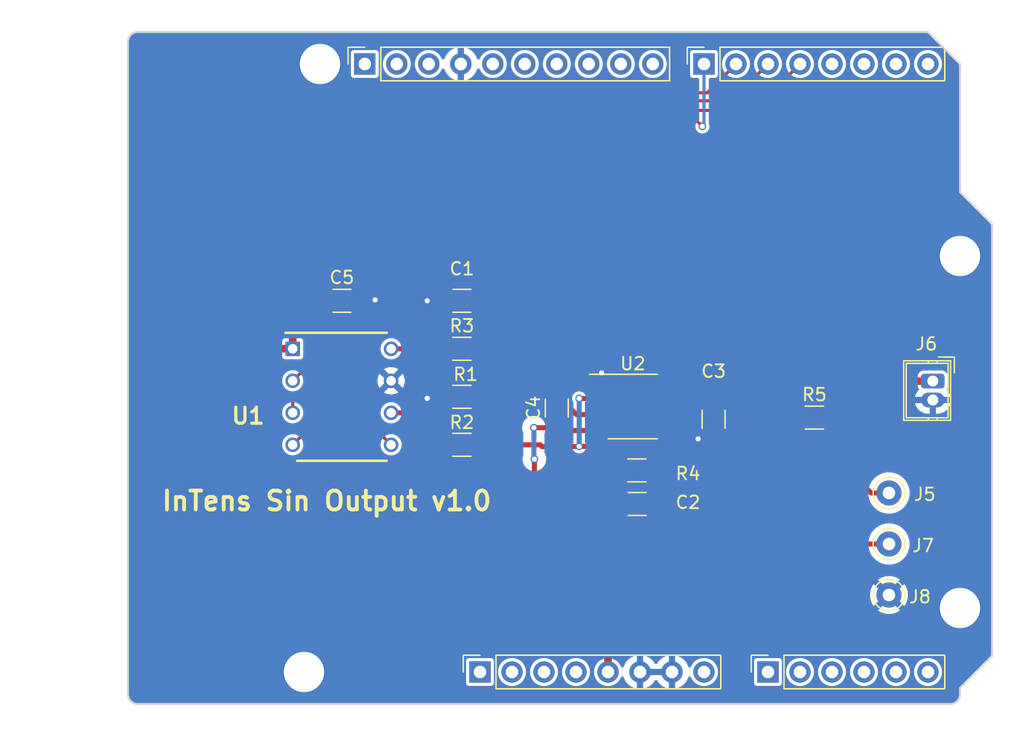
<source format=kicad_pcb>
(kicad_pcb (version 20221018) (generator pcbnew)
  (title_block (date "mar. 31 mars 2015"))
  (layers (0 "F.Cu" signal) (31 "B.Cu" signal) (34 "B.Paste" user) (35 "F.Paste" user) (36 "B.SilkS" user "B.Silkscreen") (37 "F.SilkS" user "F.Silkscreen") (38 "B.Mask" user) (39 "F.Mask" user) (44 "Edge.Cuts" user))
  (net 0 "")
  (net 1 "GND")
  (net 3 "+5V")
  (net 4 "/IOREF")
  (net 5 "/A0")
  (net 6 "/A1")
  (net 7 "/A2")
  (net 8 "/A3")
  (net 9 "/SDA{slash}A4")
  (net 10 "/SCL{slash}A5")
  (net 11 "/13")
  (net 12 "/12")
  (net 13 "/AREF")
  (net 14 "/8")
  (net 15 "/7")
  (net 16 "/*11")
  (net 17 "/*10")
  (net 18 "/*9")
  (net 19 "/4")
  (net 20 "/2")
  (net 21 "/*6")
  (net 22 "/*5")
  (net 23 "/TX{slash}1")
  (net 24 "/*3")
  (net 25 "/RX{slash}0")
  (net 26 "+3V3")
  (net 27 "VCC")
  (net 28 "/~{RESET}")
  (net 29 "Net-(C1-Pad1)")
  (net 30 "Net-(J6-Pin_1)")
  (net 31 "Net-(U1-Vref)")
  (net 32 "Net-(U1-Vout)")
  (net 33 "Net-(C2-Pad1)")
  (net 34 "Net-(C2-Pad2)")
  (net 37 "Net-(U2-Pad5)")
  (net 38 "-VSW")
  (net 39 "HT")
  (footprint "Connector_PinSocket_2.54mm:PinSocket_1x08_P2.54mm_Vertical" (layer "F.Cu") (at 127.94 97.46 90)
    (fp_text reference "J1" hide)
    (fp_text value "Power")
    (fp_line (start -1.33 1.27) (end -1.33 19.11) (stroke (width 0.12)) (layer "F.SilkS"))
    (fp_line (start -1.33 1.27) (end 1.33 1.27) (stroke (width 0.12)) (layer "F.SilkS"))
    (fp_line (start -1.33 19.11) (end 1.33 19.11) (stroke (width 0.12)) (layer "F.SilkS"))
    (fp_line (start 0 -1.33) (end 1.33 -1.33) (stroke (width 0.12)) (layer "F.SilkS"))
    (fp_line (start 1.33 -1.33) (end 1.33 0) (stroke (width 0.12)) (layer "F.SilkS"))
    (fp_line (start 1.33 1.27) (end 1.33 19.11) (stroke (width 0.12)) (layer "F.SilkS"))
    (pad "1" thru_hole rect locked (at 0 0 90) (size 1.7 1.7) (drill 1) (layers "*.Cu" "*.Mask"))
    (pad "2" thru_hole oval locked (at 0 2.54 90) (size 1.7 1.7) (drill 1) (layers "*.Cu" "*.Mask") (net 4 "/IOREF"))
    (pad "3" thru_hole oval locked (at 0 5.08 90) (size 1.7 1.7) (drill 1) (layers "*.Cu" "*.Mask") (net 28 "/~{RESET}"))
    (pad "4" thru_hole oval locked (at 0 7.62 90) (size 1.7 1.7) (drill 1) (layers "*.Cu" "*.Mask") (net 26 "+3V3"))
    (pad "5" thru_hole oval locked (at 0 10.16 90) (size 1.7 1.7) (drill 1) (layers "*.Cu" "*.Mask") (net 3 "+5V"))
    (pad "6" thru_hole oval locked (at 0 12.7 90) (size 1.7 1.7) (drill 1) (layers "*.Cu" "*.Mask") (net 1 "GND"))
    (pad "7" thru_hole oval locked (at 0 15.24 90) (size 1.7 1.7) (drill 1) (layers "*.Cu" "*.Mask") (net 1 "GND"))
    (pad "8" thru_hole oval locked (at 0 17.78 90) (size 1.7 1.7) (drill 1) (layers "*.Cu" "*.Mask") (net 27 "VCC"))
  )
  (footprint "Connector_PinSocket_2.54mm:PinSocket_1x06_P2.54mm_Vertical" (layer "F.Cu") (at 150.8 97.46 90)
    (fp_text reference "J3" hide)
    (fp_text value "Analog")
    (fp_line (start -1.33 1.27) (end -1.33 14.03) (stroke (width 0.12)) (layer "F.SilkS"))
    (fp_line (start -1.33 1.27) (end 1.33 1.27) (stroke (width 0.12)) (layer "F.SilkS"))
    (fp_line (start -1.33 14.03) (end 1.33 14.03) (stroke (width 0.12)) (layer "F.SilkS"))
    (fp_line (start 0 -1.33) (end 1.33 -1.33) (stroke (width 0.12)) (layer "F.SilkS"))
    (fp_line (start 1.33 -1.33) (end 1.33 0) (stroke (width 0.12)) (layer "F.SilkS"))
    (fp_line (start 1.33 1.27) (end 1.33 14.03) (stroke (width 0.12)) (layer "F.SilkS"))
    (pad "1" thru_hole rect locked (at 0 0 90) (size 1.7 1.7) (drill 1) (layers "*.Cu" "*.Mask") (net 5 "/A0"))
    (pad "2" thru_hole oval locked (at 0 2.54 90) (size 1.7 1.7) (drill 1) (layers "*.Cu" "*.Mask") (net 6 "/A1"))
    (pad "3" thru_hole oval locked (at 0 5.08 90) (size 1.7 1.7) (drill 1) (layers "*.Cu" "*.Mask") (net 7 "/A2"))
    (pad "4" thru_hole oval locked (at 0 7.62 90) (size 1.7 1.7) (drill 1) (layers "*.Cu" "*.Mask") (net 8 "/A3"))
    (pad "5" thru_hole oval locked (at 0 10.16 90) (size 1.7 1.7) (drill 1) (layers "*.Cu" "*.Mask") (net 9 "/SDA{slash}A4"))
    (pad "6" thru_hole oval locked (at 0 12.7 90) (size 1.7 1.7) (drill 1) (layers "*.Cu" "*.Mask") (net 10 "/SCL{slash}A5"))
  )
  (footprint "Connector_PinSocket_2.54mm:PinSocket_1x10_P2.54mm_Vertical" (layer "F.Cu") (at 118.796 49.2 90)
    (fp_text reference "J2" hide)
    (fp_text value "Digital/PWM")
    (fp_line (start -1.33 1.27) (end -1.33 24.19) (stroke (width 0.12)) (layer "F.SilkS"))
    (fp_line (start -1.33 1.27) (end 1.33 1.27) (stroke (width 0.12)) (layer "F.SilkS"))
    (fp_line (start -1.33 24.19) (end 1.33 24.19) (stroke (width 0.12)) (layer "F.SilkS"))
    (fp_line (start 0 -1.33) (end 1.33 -1.33) (stroke (width 0.12)) (layer "F.SilkS"))
    (fp_line (start 1.33 -1.33) (end 1.33 0) (stroke (width 0.12)) (layer "F.SilkS"))
    (fp_line (start 1.33 1.27) (end 1.33 24.19) (stroke (width 0.12)) (layer "F.SilkS"))
    (pad "1" thru_hole rect locked (at 0 0 90) (size 1.7 1.7) (drill 1) (layers "*.Cu" "*.Mask"))
    (pad "2" thru_hole oval locked (at 0 2.54 90) (size 1.7 1.7) (drill 1) (layers "*.Cu" "*.Mask"))
    (pad "3" thru_hole oval locked (at 0 5.08 90) (size 1.7 1.7) (drill 1) (layers "*.Cu" "*.Mask") (net 13 "/AREF"))
    (pad "4" thru_hole oval locked (at 0 7.62 90) (size 1.7 1.7) (drill 1) (layers "*.Cu" "*.Mask") (net 1 "GND"))
    (pad "5" thru_hole oval locked (at 0 10.16 90) (size 1.7 1.7) (drill 1) (layers "*.Cu" "*.Mask") (net 11 "/13"))
    (pad "6" thru_hole oval locked (at 0 12.7 90) (size 1.7 1.7) (drill 1) (layers "*.Cu" "*.Mask") (net 12 "/12"))
    (pad "7" thru_hole oval locked (at 0 15.24 90) (size 1.7 1.7) (drill 1) (layers "*.Cu" "*.Mask") (net 16 "/*11"))
    (pad "8" thru_hole oval locked (at 0 17.78 90) (size 1.7 1.7) (drill 1) (layers "*.Cu" "*.Mask") (net 17 "/*10"))
    (pad "9" thru_hole oval locked (at 0 20.32 90) (size 1.7 1.7) (drill 1) (layers "*.Cu" "*.Mask") (net 18 "/*9"))
    (pad "10" thru_hole oval locked (at 0 22.86 90) (size 1.7 1.7) (drill 1) (layers "*.Cu" "*.Mask") (net 14 "/8"))
  )
  (footprint "Connector_PinSocket_2.54mm:PinSocket_1x08_P2.54mm_Vertical" (layer "F.Cu") (at 145.72 49.2 90)
    (fp_text reference "J4" hide)
    (fp_text value "Digital/PWM")
    (fp_line (start -1.33 1.27) (end -1.33 19.11) (stroke (width 0.12)) (layer "F.SilkS"))
    (fp_line (start -1.33 1.27) (end 1.33 1.27) (stroke (width 0.12)) (layer "F.SilkS"))
    (fp_line (start -1.33 19.11) (end 1.33 19.11) (stroke (width 0.12)) (layer "F.SilkS"))
    (fp_line (start 0 -1.33) (end 1.33 -1.33) (stroke (width 0.12)) (layer "F.SilkS"))
    (fp_line (start 1.33 -1.33) (end 1.33 0) (stroke (width 0.12)) (layer "F.SilkS"))
    (fp_line (start 1.33 1.27) (end 1.33 19.11) (stroke (width 0.12)) (layer "F.SilkS"))
    (pad "1" thru_hole rect locked (at 0 0 90) (size 1.7 1.7) (drill 1) (layers "*.Cu" "*.Mask") (net 15 "/7"))
    (pad "2" thru_hole oval locked (at 0 2.54 90) (size 1.7 1.7) (drill 1) (layers "*.Cu" "*.Mask") (net 21 "/*6"))
    (pad "3" thru_hole oval locked (at 0 5.08 90) (size 1.7 1.7) (drill 1) (layers "*.Cu" "*.Mask") (net 22 "/*5"))
    (pad "4" thru_hole oval locked (at 0 7.62 90) (size 1.7 1.7) (drill 1) (layers "*.Cu" "*.Mask") (net 19 "/4"))
    (pad "5" thru_hole oval locked (at 0 10.16 90) (size 1.7 1.7) (drill 1) (layers "*.Cu" "*.Mask") (net 24 "/*3"))
    (pad "6" thru_hole oval locked (at 0 12.7 90) (size 1.7 1.7) (drill 1) (layers "*.Cu" "*.Mask") (net 20 "/2"))
    (pad "7" thru_hole oval locked (at 0 15.24 90) (size 1.7 1.7) (drill 1) (layers "*.Cu" "*.Mask") (net 23 "/TX{slash}1"))
    (pad "8" thru_hole oval locked (at 0 17.78 90) (size 1.7 1.7) (drill 1) (layers "*.Cu" "*.Mask") (net 25 "/RX{slash}0"))
  )
  (footprint "Connector_Pin:Pin_D1.0mm_L10.0mm" (layer "F.Cu") (at 160.4012 91.35)
    (fp_text reference "J8" (at 2.4638 0.141) (layer "F.SilkS"))
    (fp_text value "Conn_01x01")
    (fp_circle (center 0 0) (end 1.25 0.05) (stroke (width 0.12)) (fill none) (layer "F.SilkS"))
    (pad "1" thru_hole circle (at 0 0) (size 2 2) (drill 1) (layers "*.Cu" "*.Mask") (net 1 "GND"))
  )
  (footprint "Resistor_SMD:R_1206_3216Metric_Pad1.30x1.75mm_HandSolder" (layer "F.Cu") (at 126.5045 79.426 180)
    (fp_text reference "R1" (at -0.2925 5.588) (layer "F.SilkS"))
    (fp_text value "16.2kΩ")
    (fp_line (start -0.727064 -0.91) (end 0.727064 -0.91) (stroke (width 0.12)) (layer "F.SilkS"))
    (fp_line (start -0.727064 0.91) (end 0.727064 0.91) (stroke (width 0.12)) (layer "F.SilkS"))
    (pad "1" smd roundrect (at -1.55 0 180) (size 1.3 1.75) (layers "F.Cu" "F.Paste" "F.Mask") (roundrect_rratio 0.1923076923) (net 33 "Net-(C2-Pad1)"))
    (pad "2" smd roundrect (at 1.55 0 180) (size 1.3 1.75) (layers "F.Cu" "F.Paste" "F.Mask") (roundrect_rratio 0.1923076923) (net 31 "Net-(U1-Vref)"))
  )
  (footprint "Resistor_SMD:R_1206_3216Metric_Pad1.30x1.75mm_HandSolder" (layer "F.Cu") (at 126.5045 71.806)
    (fp_text reference "R3" (at 0 -1.82) (layer "F.SilkS"))
    (fp_text value "10kΩ")
    (fp_line (start -0.727064 -0.91) (end 0.727064 -0.91) (stroke (width 0.12)) (layer "F.SilkS"))
    (fp_line (start -0.727064 0.91) (end 0.727064 0.91) (stroke (width 0.12)) (layer "F.SilkS"))
    (pad "1" smd roundrect (at -1.55 0) (size 1.3 1.75) (layers "F.Cu" "F.Paste" "F.Mask") (roundrect_rratio 0.1923076923) (net 32 "Net-(U1-Vout)"))
    (pad "2" smd roundrect (at 1.55 0) (size 1.3 1.75) (layers "F.Cu" "F.Paste" "F.Mask") (roundrect_rratio 0.1923076923) (net 29 "Net-(C1-Pad1)"))
  )
  (footprint "MCP4921_Mouser:DIP781W56P254L950H533Q8N" (layer "F.Cu") (at 116.9795 75.616)
    (fp_text reference "U1" (at -7.4545 1.524) (layer "F.SilkS") (effects (font (size 1.27 1.27) (thickness 0.254))))
    (fp_text value "MCP4921" hide)
    (fp_line (start -4.485 -5.08) (end 3.556 -5.08) (stroke (width 0.2)) (layer "F.SilkS"))
    (fp_line (start -3.556 5.08) (end 3.556 5.08) (stroke (width 0.2)) (layer "F.SilkS"))
    (pad "1" thru_hole rect (at -3.905 -3.81) (size 1.159 1.159) (drill 0.759) (layers "*.Cu" "*.Mask") (net 3 "+5V"))
    (pad "2" thru_hole circle (at -3.905 -1.27) (size 1.159 1.159) (drill 0.759) (layers "*.Cu" "*.Mask") (net 21 "/*6"))
    (pad "3" thru_hole circle (at -3.905 1.27) (size 1.159 1.159) (drill 0.759) (layers "*.Cu" "*.Mask") (net 22 "/*5"))
    (pad "4" thru_hole circle (at -3.905 3.81) (size 1.159 1.159) (drill 0.759) (layers "*.Cu" "*.Mask") (net 19 "/4"))
    (pad "5" thru_hole circle (at 3.905 3.81) (size 1.159 1.159) (drill 0.759) (layers "*.Cu" "*.Mask") (net 15 "/7"))
    (pad "6" thru_hole circle (at 3.905 1.27) (size 1.159 1.159) (drill 0.759) (layers "*.Cu" "*.Mask") (net 31 "Net-(U1-Vref)"))
    (pad "7" thru_hole circle (at 3.905 -1.27) (size 1.159 1.159) (drill 0.759) (layers "*.Cu" "*.Mask") (net 1 "GND"))
    (pad "8" thru_hole circle (at 3.905 -3.81) (size 1.159 1.159) (drill 0.759) (layers "*.Cu" "*.Mask") (net 32 "Net-(U1-Vout)"))
  )
  (footprint "Resistor_SMD:R_1206_3216Metric_Pad1.30x1.75mm_HandSolder" (layer "F.Cu") (at 154.483 77.267)
    (fp_text reference "R5" (at 0 -1.82) (layer "F.SilkS"))
    (fp_text value "40kΩ")
    (fp_line (start -0.727064 -0.91) (end 0.727064 -0.91) (stroke (width 0.12)) (layer "F.SilkS"))
    (fp_line (start -0.727064 0.91) (end 0.727064 0.91) (stroke (width 0.12)) (layer "F.SilkS"))
    (pad "1" smd roundrect (at -1.55 0) (size 1.3 1.75) (layers "F.Cu" "F.Paste" "F.Mask") (roundrect_rratio 0.1923076923) (net 34 "Net-(C2-Pad2)"))
    (pad "2" smd roundrect (at 1.55 0) (size 1.3 1.75) (layers "F.Cu" "F.Paste" "F.Mask") (roundrect_rratio 0.1923076923) (net 30 "Net-(J6-Pin_1)"))
  )
  (footprint "Capacitor_SMD:C_1206_3216Metric_Pad1.33x1.80mm_HandSolder" (layer "F.Cu") (at 116.9795 67.996)
    (fp_text reference "C5" (at 0 -1.85) (layer "F.SilkS"))
    (fp_text value "0.1 uF")
    (fp_line (start -0.711252 -0.91) (end 0.711252 -0.91) (stroke (width 0.12)) (layer "F.SilkS"))
    (fp_line (start -0.711252 0.91) (end 0.711252 0.91) (stroke (width 0.12)) (layer "F.SilkS"))
    (pad "1" smd roundrect (at -1.5625 0) (size 1.325 1.8) (layers "F.Cu" "F.Paste" "F.Mask") (roundrect_rratio 0.1886792453) (net 3 "+5V"))
    (pad "2" smd roundrect (at 1.5625 0) (size 1.325 1.8) (layers "F.Cu" "F.Paste" "F.Mask") (roundrect_rratio 0.1886792453) (net 1 "GND"))
  )
  (footprint "Capacitor_SMD:C_1206_3216Metric_Pad1.33x1.80mm_HandSolder" (layer "F.Cu") (at 146.482 77.394 -90)
    (fp_text reference "C3" (at -3.81 0 -180) (layer "F.SilkS"))
    (fp_text value "0.1uF")
    (fp_line (start -0.711252 -0.91) (end 0.711252 -0.91) (stroke (width 0.12)) (layer "F.SilkS"))
    (fp_line (start -0.711252 0.91) (end 0.711252 0.91) (stroke (width 0.12)) (layer "F.SilkS"))
    (pad "1" smd roundrect (at -1.5625 0 270) (size 1.325 1.8) (layers "F.Cu" "F.Paste" "F.Mask") (roundrect_rratio 0.1886792453) (net 39 "HT"))
    (pad "2" smd roundrect (at 1.5625 0 270) (size 1.325 1.8) (layers "F.Cu" "F.Paste" "F.Mask") (roundrect_rratio 0.1886792453) (net 1 "GND"))
  )
  (footprint "Package_SO:SOIC-8-1EP_3.9x4.9mm_P1.27mm_EP2.29x3mm" (layer "F.Cu") (at 140.07 76.39)
    (fp_text reference "U2" (at 0 -3.4) (layer "F.SilkS"))
    (fp_text value "LTC6090")
    (fp_line (start 0 -2.56) (end -3.45 -2.56) (stroke (width 0.12)) (layer "F.SilkS"))
    (fp_line (start 0 -2.56) (end 1.95 -2.56) (stroke (width 0.12)) (layer "F.SilkS"))
    (fp_line (start 0 2.56) (end -1.95 2.56) (stroke (width 0.12)) (layer "F.SilkS"))
    (fp_line (start 0 2.56) (end 1.95 2.56) (stroke (width 0.12)) (layer "F.SilkS"))
    (pad "1" smd roundrect (at -2.475 -1.905) (size 1.95 0.6) (layers "F.Cu" "F.Paste" "F.Mask") (net 1 "GND"))
    (pad "2" smd roundrect (at -2.475 -0.635) (size 1.95 0.6) (layers "F.Cu" "F.Paste" "F.Mask") (net 33 "Net-(C2-Pad1)"))
    (pad "3" smd roundrect (at -2.475 0.635) (size 1.95 0.6) (layers "F.Cu" "F.Paste" "F.Mask") (net 29 "Net-(C1-Pad1)"))
    (pad "4" smd roundrect (at -2.475 1.905) (size 1.95 0.6) (layers "F.Cu" "F.Paste" "F.Mask") (net 38 "-VSW"))
    (pad "5" smd roundrect (at 2.475 1.905) (size 1.95 0.6) (layers "F.Cu" "F.Paste" "F.Mask") (net 37 "Net-(U2-Pad5)"))
    (pad "6" smd roundrect (at 2.475 0.635) (size 1.95 0.6) (layers "F.Cu" "F.Paste" "F.Mask") (net 34 "Net-(C2-Pad2)"))
    (pad "7" smd roundrect (at 2.475 -0.635) (size 1.95 0.6) (layers "F.Cu" "F.Paste" "F.Mask") (net 39 "HT"))
    (pad "8" smd roundrect (at 2.475 -1.905) (size 1.95 0.6) (layers "F.Cu" "F.Paste" "F.Mask") (net 37 "Net-(U2-Pad5)"))
    (pad "9" smd roundrect (at 0 0) (size 2.2 2.9) (layers "F.Cu" "F.Mask"))
  )
  (footprint "Arduino_MountingHole:MountingHole_3.2mm" (layer "F.Cu") (at 115.24 49.2)
    (fp_text reference "MH1" hide)
    (fp_text value "MountingHole_3.2mm" hide)
    (pad "" np_thru_hole circle locked (at 0 0) (size 3.2 3.2) (drill 3.2) (layers "*.Cu" "*.Mask"))
  )
  (footprint "Capacitor_SMD:C_1206_3216Metric_Pad1.33x1.80mm_HandSolder" (layer "F.Cu") (at 140.4245 84.125)
    (fp_text reference "C2" (at 4.0255 -0.127) (layer "F.SilkS"))
    (fp_text value "10pF")
    (fp_line (start -0.711252 -0.91) (end 0.711252 -0.91) (stroke (width 0.12)) (layer "F.SilkS"))
    (fp_line (start -0.711252 0.91) (end 0.711252 0.91) (stroke (width 0.12)) (layer "F.SilkS"))
    (pad "1" smd roundrect (at -1.5625 0) (size 1.325 1.8) (layers "F.Cu" "F.Paste" "F.Mask") (roundrect_rratio 0.1886792453) (net 33 "Net-(C2-Pad1)"))
    (pad "2" smd roundrect (at 1.5625 0) (size 1.325 1.8) (layers "F.Cu" "F.Paste" "F.Mask") (roundrect_rratio 0.1886792453) (net 34 "Net-(C2-Pad2)"))
  )
  (footprint "Capacitor_SMD:C_1206_3216Metric_Pad1.33x1.80mm_HandSolder" (layer "F.Cu") (at 126.5045 67.996 180)
    (fp_text reference "C1" (at 0 2.54) (layer "F.SilkS"))
    (fp_text value "470pF")
    (fp_line (start -0.711252 -0.91) (end 0.711252 -0.91) (stroke (width 0.12)) (layer "F.SilkS"))
    (fp_line (start -0.711252 0.91) (end 0.711252 0.91) (stroke (width 0.12)) (layer "F.SilkS"))
    (pad "1" smd roundrect (at -1.5625 0 180) (size 1.325 1.8) (layers "F.Cu" "F.Paste" "F.Mask") (roundrect_rratio 0.1886792453) (net 29 "Net-(C1-Pad1)"))
    (pad "2" smd roundrect (at 1.5625 0 180) (size 1.325 1.8) (layers "F.Cu" "F.Paste" "F.Mask") (roundrect_rratio 0.1886792453) (net 1 "GND"))
  )
  (footprint "Connector_Pin:Pin_D1.0mm_L10.0mm" (layer "F.Cu") (at 160.4012 83.25)
    (fp_text reference "J5" (at 2.8448 0.113) (layer "F.SilkS"))
    (fp_text value "Conn_01x01")
    (fp_circle (center 0 0) (end 1.25 0.05) (stroke (width 0.12)) (fill none) (layer "F.SilkS"))
    (pad "1" thru_hole circle (at 0 0) (size 2 2) (drill 1) (layers "*.Cu" "*.Mask") (net 39 "HT"))
  )
  (footprint "Connector_Wuerth:Wuerth_WR-WTB_64800211622_1x02_P1.50mm_Vertical" (layer "F.Cu") (at 163.881 74.37 -90)
    (fp_text reference "J6" (at -2.945 0.508) (layer "F.SilkS"))
    (fp_text value "Conn_01x01_Socket")
    (fp_line (start -1.91 -1.71) (end -1.91 -0.46) (stroke (width 0.12)) (layer "F.SilkS"))
    (fp_line (start -1.61 -1.41) (end -1.61 2.31) (stroke (width 0.12)) (layer "F.SilkS"))
    (fp_line (start -1.61 -0.35) (end -1.41 -0.35) (stroke (width 0.12)) (layer "F.SilkS"))
    (fp_line (start -1.61 2.31) (end 3.11 2.31) (stroke (width 0.12)) (layer "F.SilkS"))
    (fp_line (start -1.41 -1.21) (end 2.91 -1.21) (stroke (width 0.12)) (layer "F.SilkS"))
    (fp_line (start -1.41 -0.35) (end -1.41 -1.21) (stroke (width 0.12)) (layer "F.SilkS"))
    (fp_line (start -1.41 -0.35) (end -1.41 0.35) (stroke (width 0.12)) (layer "F.SilkS"))
    (fp_line (start -1.41 0.35) (end -1.61 0.35) (stroke (width 0.12)) (layer "F.SilkS"))
    (fp_line (start -1.41 0.35) (end -1.41 2.11) (stroke (width 0.12)) (layer "F.SilkS"))
    (fp_line (start -1.41 2.11) (end 2.91 2.11) (stroke (width 0.12)) (layer "F.SilkS"))
    (fp_line (start -0.66 -1.71) (end -1.91 -1.71) (stroke (width 0.12)) (layer "F.SilkS"))
    (fp_line (start 2.91 -1.21) (end 2.91 -0.35) (stroke (width 0.12)) (layer "F.SilkS"))
    (fp_line (start 2.91 -0.35) (end 2.91 0.35) (stroke (width 0.12)) (layer "F.SilkS"))
    (fp_line (start 2.91 -0.35) (end 3.11 -0.35) (stroke (width 0.12)) (layer "F.SilkS"))
    (fp_line (start 2.91 0.35) (end 3.11 0.35) (stroke (width 0.12)) (layer "F.SilkS"))
    (fp_line (start 2.91 2.11) (end 2.91 0.35) (stroke (width 0.12)) (layer "F.SilkS"))
    (fp_line (start 3.11 -1.41) (end -1.61 -1.41) (stroke (width 0.12)) (layer "F.SilkS"))
    (fp_line (start 3.11 2.31) (end 3.11 -1.41) (stroke (width 0.12)) (layer "F.SilkS"))
    (pad "1" thru_hole roundrect (at 0 0 270) (size 1.17 1.87) (drill 0.87) (layers "*.Cu" "*.Mask") (roundrect_rratio 0.2136752137) (net 30 "Net-(J6-Pin_1)"))
    (pad "2" thru_hole oval (at 1.5 0 270) (size 1.17 1.87) (drill 0.87) (layers "*.Cu" "*.Mask") (net 1 "GND"))
  )
  (footprint "Connector_Pin:Pin_D1.0mm_L10.0mm" (layer "F.Cu") (at 160.4012 87.3)
    (fp_text reference "J7" (at 2.7178 0.127) (layer "F.SilkS"))
    (fp_text value "Conn_01x01")
    (fp_circle (center 0 0) (end 1.25 0.05) (stroke (width 0.12)) (fill none) (layer "F.SilkS"))
    (pad "1" thru_hole circle (at 0 0) (size 2 2) (drill 1) (layers "*.Cu" "*.Mask") (net 38 "-VSW"))
  )
  (footprint "Capacitor_SMD:C_1206_3216Metric_Pad1.33x1.80mm_HandSolder" (layer "F.Cu") (at 134.036 76.505 90)
    (fp_text reference "C4" (at 0 -1.85 90) (layer "F.SilkS"))
    (fp_text value "0.1uF")
    (fp_line (start -0.711252 -0.91) (end 0.711252 -0.91) (stroke (width 0.12)) (layer "F.SilkS"))
    (fp_line (start -0.711252 0.91) (end 0.711252 0.91) (stroke (width 0.12)) (layer "F.SilkS"))
    (pad "1" smd roundrect (at -1.5625 0 90) (size 1.325 1.8) (layers "F.Cu" "F.Paste" "F.Mask") (roundrect_rratio 0.1886792453) (net 38 "-VSW"))
    (pad "2" smd roundrect (at 1.5625 0 90) (size 1.325 1.8) (layers "F.Cu" "F.Paste" "F.Mask") (roundrect_rratio 0.1886792453) (net 1 "GND"))
  )
  (footprint "Resistor_SMD:R_1206_3216Metric_Pad1.30x1.75mm_HandSolder" (layer "F.Cu") (at 126.5045 75.616)
    (fp_text reference "R2" (at 0 2.032) (layer "F.SilkS"))
    (fp_text value "16.9kΩ")
    (fp_line (start -0.727064 -0.91) (end 0.727064 -0.91) (stroke (width 0.12)) (layer "F.SilkS"))
    (fp_line (start -0.727064 0.91) (end 0.727064 0.91) (stroke (width 0.12)) (layer "F.SilkS"))
    (pad "1" smd roundrect (at -1.55 0) (size 1.3 1.75) (layers "F.Cu" "F.Paste" "F.Mask") (roundrect_rratio 0.1923076923) (net 1 "GND"))
    (pad "2" smd roundrect (at 1.55 0) (size 1.3 1.75) (layers "F.Cu" "F.Paste" "F.Mask") (roundrect_rratio 0.1923076923) (net 33 "Net-(C2-Pad1)"))
  )
  (footprint "Arduino_MountingHole:MountingHole_3.2mm" (layer "F.Cu") (at 113.97 97.46)
    (fp_text reference "MH2" hide)
    (fp_text value "MountingHole_3.2mm" hide)
    (pad "" np_thru_hole circle locked (at 0 0) (size 3.2 3.2) (drill 3.2) (layers "*.Cu" "*.Mask"))
  )
  (footprint "Arduino_MountingHole:MountingHole_3.2mm" (layer "F.Cu") (at 166.04 64.44)
    (fp_text reference "MH3" hide)
    (fp_text value "MountingHole_3.2mm" hide)
    (pad "" np_thru_hole circle locked (at 0 0) (size 3.2 3.2) (drill 3.2) (layers "*.Cu" "*.Mask"))
  )
  (footprint "Arduino_MountingHole:MountingHole_3.2mm" (layer "F.Cu") (at 166.04 92.38)
    (fp_text reference "MH4" hide)
    (fp_text value "MountingHole_3.2mm" hide)
    (pad "" np_thru_hole circle locked (at 0 0) (size 3.2 3.2) (drill 3.2) (layers "*.Cu" "*.Mask"))
  )
  (footprint "Resistor_SMD:R_1206_3216Metric_Pad1.30x1.75mm_HandSolder" (layer "F.Cu") (at 140.386 81.458)
    (fp_text reference "R4" (at 4.064 0.254) (layer "F.SilkS"))
    (fp_text value "453kΩ ")
    (fp_line (start -0.727064 -0.91) (end 0.727064 -0.91) (stroke (width 0.12)) (layer "F.SilkS"))
    (fp_line (start -0.727064 0.91) (end 0.727064 0.91) (stroke (width 0.12)) (layer "F.SilkS"))
    (pad "1" smd roundrect (at -1.55 0) (size 1.3 1.75) (layers "F.Cu" "F.Paste" "F.Mask") (roundrect_rratio 0.1923076923) (net 33 "Net-(C2-Pad1)"))
    (pad "2" smd roundrect (at 1.55 0) (size 1.3 1.75) (layers "F.Cu" "F.Paste" "F.Mask") (roundrect_rratio 0.1923076923) (net 34 "Net-(C2-Pad2)"))
  )
  (gr_line (start 166.04 59.36) (end 168.58 61.9) (stroke (width 0.15)) (layer "Edge.Cuts"))
  (gr_line (start 100 99.238) (end 100 47.422) (stroke (width 0.15)) (layer "Edge.Cuts"))
  (gr_line (start 168.58 61.9) (end 168.58 96.19) (stroke (width 0.15)) (layer "Edge.Cuts"))
  (gr_line (start 165.278 100) (end 100.762 100) (stroke (width 0.15)) (layer "Edge.Cuts"))
  (gr_line (start 100.762 46.66) (end 163.5 46.66) (stroke (width 0.15)) (layer "Edge.Cuts"))
  (gr_arc (start 100.762 100) (mid 100.223185 99.776815) (end 100 99.238) (stroke (width 0.15)) (layer "Edge.Cuts"))
  (gr_line (start 168.58 96.19) (end 166.04 98.73) (stroke (width 0.15)) (layer "Edge.Cuts"))
  (gr_line (start 163.5 46.66) (end 166.04 49.2) (stroke (width 0.15)) (layer "Edge.Cuts"))
  (gr_arc (start 166.04 99.238) (mid 165.816815 99.776815) (end 165.278 100) (stroke (width 0.15)) (layer "Edge.Cuts"))
  (gr_line (start 166.04 49.2) (end 166.04 59.36) (stroke (width 0.15)) (layer "Edge.Cuts"))
  (gr_line (start 166.04 98.73) (end 166.04 99.238) (stroke (width 0.15)) (layer "Edge.Cuts"))
  (gr_arc (start 100 47.422) (mid 100.223185 46.883185) (end 100.762 46.66) (stroke (width 0.15)) (layer "Edge.Cuts"))
  (gr_text "InTens Sin Output v1.0" (at 102.54 84.76) (layer "F.SilkS") (effects (font (size 1.5 1.5) (thickness 0.3) bold) (justify left bottom)))
  (segment (start 134.4935 74.485) (end 134.036 74.9425) (width 0.4) (layer "F.Cu") (net 1))
  (segment (start 137.595 73.714) (end 137.592 73.711) (width 0.4) (layer "F.Cu") (net 1))
  (segment (start 124.942 67.996) (end 123.749 67.996) (width 0.4) (layer "F.Cu") (net 1))
  (segment (start 146.482 78.9565) (end 145.2505 78.9565) (width 0.4) (layer "F.Cu") (net 1))
  (segment (start 124.9545 75.616) (end 123.876 75.616) (width 0.4) (layer "F.Cu") (net 1))
  (segment (start 119.540716 67.996) (end 119.612858 67.923858) (width 0.4) (layer "F.Cu") (net 1))
  (segment (start 137.595 74.485) (end 134.4935 74.485) (width 0.4) (layer "F.Cu") (net 1))
  (segment (start 145.212 78.918) (end 145.2505 78.9565) (width 0.4) (layer "F.Cu") (net 1))
  (segment (start 123.876 75.616) (end 123.749 75.743) (width 0.4) (layer "F.Cu") (net 1))
  (segment (start 137.595 74.485) (end 137.595 73.714) (width 0.4) (layer "F.Cu") (net 1))
  (segment (start 118.542 67.996) (end 119.540716 67.996) (width 0.4) (layer "F.Cu") (net 1))
  (via (at 137.592 73.711) (size 0.6) (drill 0.4) (layers "F.Cu" "B.Cu") (net 1))
  (via (at 123.749 75.743) (size 0.6) (drill 0.4) (layers "F.Cu" "B.Cu") (net 1))
  (via (at 119.612858 67.923858) (size 0.6) (drill 0.4) (layers "F.Cu" "B.Cu") (net 1))
  (via (at 145.2505 78.9565) (size 0.6) (drill 0.4) (layers "F.Cu" "B.Cu") (net 1))
  (via (at 123.749 75.743) (size 0.6) (drill 0.4) (layers "F.Cu" "B.Cu") (net 1))
  (via (at 123.749 67.996) (size 0.6) (drill 0.4) (layers "F.Cu" "B.Cu") (net 1))
  (segment (start 108.636 86.919) (end 106.477 84.76) (width 0.6) (layer "F.Cu") (net 3))
  (segment (start 113.0745 71.806) (end 113.0745 70.3385) (width 0.6) (layer "F.Cu") (net 3))
  (segment (start 106.477 84.76) (end 106.477 73.203) (width 0.6) (layer "F.Cu") (net 3))
  (segment (start 138.1 94.285) (end 130.734 86.919) (width 0.6) (layer "F.Cu") (net 3))
  (segment (start 130.734 86.919) (end 108.636 86.919) (width 0.6) (layer "F.Cu") (net 3))
  (segment (start 113.0745 70.3385) (end 115.417 67.996) (width 0.6) (layer "F.Cu") (net 3))
  (segment (start 107.874 71.806) (end 113.0745 71.806) (width 0.6) (layer "F.Cu") (net 3))
  (segment (start 138.1 97.46) (end 138.1 94.285) (width 0.6) (layer "F.Cu") (net 3))
  (segment (start 106.477 73.203) (end 107.874 71.806) (width 0.6) (layer "F.Cu") (net 3))
  (segment (start 118.923 71.425) (end 127.686 62.662) (width 0.25) (layer "F.Cu") (net 15))
  (segment (start 120.8845 79.426) (end 118.923 77.4645) (width 0.25) (layer "F.Cu") (net 15))
  (segment (start 127.686 53.772) (end 128.067 53.391) (width 0.25) (layer "F.Cu") (net 15))
  (segment (start 127.686 62.662) (end 127.686 53.772) (width 0.25) (layer "F.Cu") (net 15))
  (segment (start 118.923 77.4645) (end 118.923 71.425) (width 0.25) (layer "F.Cu") (net 15))
  (segment (start 128.067 53.391) (end 144.831 53.391) (width 0.25) (layer "F.Cu") (net 15))
  (segment (start 144.831 53.391) (end 145.593 54.153) (width 0.25) (layer "F.Cu") (net 15))
  (via (at 145.593 54.153) (size 0.6) (drill 0.4) (layers "F.Cu" "B.Cu") (net 15))
  (segment (start 145.593 54.153) (end 145.72 54.026) (width 0.25) (layer "B.Cu") (net 15))
  (segment (start 145.72 54.026) (end 145.72 49.2) (width 0.25) (layer "B.Cu") (net 15))
  (segment (start 113.0745 79.426) (end 118.395392 74.105108) (width 0.25) (layer "F.Cu") (net 19))
  (segment (start 149.657 52.883) (end 153.34 49.2) (width 0.25) (layer "F.Cu") (net 19))
  (segment (start 118.395392 74.105108) (end 118.395392 71.298) (width 0.25) (layer "F.Cu") (net 19))
  (segment (start 127.178 53.391) (end 127.686 52.883) (width 0.25) (layer "F.Cu") (net 19))
  (segment (start 127.686 52.883) (end 149.657 52.883) (width 0.25) (layer "F.Cu") (net 19))
  (segment (start 127.178 62.515392) (end 127.178 53.391) (width 0.25) (layer "F.Cu") (net 19))
  (segment (start 118.395392 71.298) (end 127.178 62.515392) (width 0.25) (layer "F.Cu") (net 19))
  (segment (start 127.178 51.486) (end 145.974 51.486) (width 0.25) (layer "F.Cu") (net 21))
  (segment (start 114.654099 73.766501) (end 125.908 62.5126) (width 0.25) (layer "F.Cu") (net 21))
  (segment (start 113.653999 73.766501) (end 114.654099 73.766501) (width 0.25) (layer "F.Cu") (net 21))
  (segment (start 125.908 52.756) (end 127.178 51.486) (width 0.25) (layer "F.Cu") (net 21))
  (segment (start 113.0745 74.346) (end 113.653999 73.766501) (width 0.25) (layer "F.Cu") (net 21))
  (segment (start 125.908 62.5126) (end 125.908 52.756) (width 0.25) (layer "F.Cu") (net 21))
  (segment (start 145.974 51.486) (end 148.26 49.2) (width 0.25) (layer "F.Cu") (net 21))
  (segment (start 147.879 52.121) (end 150.8 49.2) (width 0.25) (layer "F.Cu") (net 22))
  (segment (start 126.543 53.137) (end 127.559 52.121) (width 0.25) (layer "F.Cu") (net 22))
  (segment (start 113.0745 75.982496) (end 126.543 62.513996) (width 0.25) (layer "F.Cu") (net 22))
  (segment (start 113.0745 76.886) (end 113.0745 75.982496) (width 0.25) (layer "F.Cu") (net 22))
  (segment (start 127.559 52.121) (end 147.879 52.121) (width 0.25) (layer "F.Cu") (net 22))
  (segment (start 126.543 62.513996) (end 126.543 53.137) (width 0.25) (layer "F.Cu") (net 22))
  (segment (start 131.369 75.743) (end 131.369 73.457) (width 0.4) (layer "F.Cu") (net 29))
  (segment (start 129.718 71.806) (end 128.0545 71.806) (width 0.4) (layer "F.Cu") (net 29))
  (segment (start 128.067 71.7935) (end 128.0545 71.806) (width 0.4) (layer "F.Cu") (net 29))
  (segment (start 132.196 76.57) (end 131.369 75.743) (width 0.4) (layer "F.Cu") (net 29))
  (segment (start 135.59735 77.025) (end 135.14235 76.57) (width 0.4) (layer "F.Cu") (net 29))
  (segment (start 128.067 67.996) (end 128.067 71.7935) (width 0.4) (layer "F.Cu") (net 29))
  (segment (start 135.14235 76.57) (end 132.196 76.57) (width 0.4) (layer "F.Cu") (net 29))
  (segment (start 131.369 73.457) (end 129.718 71.806) (width 0.4) (layer "F.Cu") (net 29))
  (segment (start 137.595 77.025) (end 135.59735 77.025) (width 0.4) (layer "F.Cu") (net 29))
  (segment (start 158.93 74.37) (end 163.881 74.37) (width 0.6) (layer "F.Cu") (net 30))
  (segment (start 156.033 77.267) (end 158.93 74.37) (width 0.6) (layer "F.Cu") (net 30))
  (segment (start 122.4145 76.886) (end 124.9545 79.426) (width 0.4) (layer "F.Cu") (net 31))
  (segment (start 120.8845 76.886) (end 122.4145 76.886) (width 0.4) (layer "F.Cu") (net 31))
  (segment (start 120.8845 71.806) (end 124.9545 71.806) (width 0.4) (layer "F.Cu") (net 32))
  (segment (start 135.802 79.565) (end 135.814 79.553) (width 0.4) (layer "F.Cu") (net 33))
  (segment (start 136.931 79.553) (end 138.836 81.458) (width 0.4) (layer "F.Cu") (net 33))
  (segment (start 132.859133 79.565) (end 135.802 79.565) (width 0.4) (layer "F.Cu") (net 33))
  (segment (start 135.826 75.755) (end 135.814 75.743) (width 0.4) (layer "F.Cu") (net 33))
  (segment (start 128.0545 75.616) (end 128.0545 79.426) (width 0.4) (layer "F.Cu") (net 33))
  (segment (start 132.720133 79.426) (end 132.859133 79.565) (width 0.4) (layer "F.Cu") (net 33))
  (segment (start 138.836 84.099) (end 138.862 84.125) (width 0.4) (layer "F.Cu") (net 33))
  (segment (start 138.836 81.458) (end 138.836 84.099) (width 0.4) (layer "F.Cu") (net 33))
  (segment (start 137.595 75.755) (end 135.826 75.755) (width 0.4) (layer "F.Cu") (net 33))
  (segment (start 128.0545 79.426) (end 132.720133 79.426) (width 0.4) (layer "F.Cu") (net 33))
  (segment (start 135.814 79.553) (end 136.931 79.553) (width 0.4) (layer "F.Cu") (net 33))
  (via (at 135.814 79.553) (size 0.6) (drill 0.4) (layers "F.Cu" "B.Cu") (net 33))
  (via (at 135.814 75.743) (size 0.6) (drill 0.4) (layers "F.Cu" "B.Cu") (net 33))
  (segment (start 135.814 75.743) (end 135.814 79.553) (width 0.4) (layer "B.Cu") (net 33))
  (segment (start 143.942 81.458) (end 141.936 81.458) (width 0.4) (layer "F.Cu") (net 34))
  (segment (start 141.987 81.509) (end 141.936 81.458) (width 0.4) (layer "F.Cu") (net 34))
  (segment (start 144.766 77.329) (end 152.871 77.329) (width 0.4) (layer "F.Cu") (net 34))
  (segment (start 142.545 77.025) (end 144.438 77.025) (width 0.4) (layer "F.Cu") (net 34))
  (segment (start 144.45 77.013) (end 144.766 77.329) (width 0.4) (layer "F.Cu") (net 34))
  (segment (start 144.45 80.95) (end 143.942 81.458) (width 0.4) (layer "F.Cu") (net 34))
  (segment (start 144.45 77.013) (end 144.45 80.95) (width 0.4) (layer "F.Cu") (net 34))
  (segment (start 141.987 84.125) (end 141.987 81.509) (width 0.4) (layer "F.Cu") (net 34))
  (segment (start 144.438 77.025) (end 144.45 77.013) (width 0.4) (layer "F.Cu") (net 34))
  (segment (start 152.871 77.329) (end 152.933 77.267) (width 0.4) (layer "F.Cu") (net 34))
  (segment (start 132.131 78.156) (end 132.2195 78.0675) (width 0.4) (layer "F.Cu") (net 38))
  (segment (start 134.2635 78.295) (end 137.595 78.295) (width 0.4) (layer "F.Cu") (net 38))
  (segment (start 132.258 80.569) (end 132.258 82.728) (width 0.4) (layer "F.Cu") (net 38))
  (segment (start 136.83 87.3) (end 160.4012 87.3) (width 0.4) (layer "F.Cu") (net 38))
  (segment (start 134.036 78.0675) (end 134.2635 78.295) (width 0.4) (layer "F.Cu") (net 38))
  (segment (start 132.258 82.728) (end 136.83 87.3) (width 0.4) (layer "F.Cu") (net 38))
  (segment (start 134.036 78.0675) (end 132.2195 78.0675) (width 0.4) (layer "F.Cu") (net 38))
  (via (at 132.2195 78.0675) (size 0.6) (drill 0.4) (layers "F.Cu" "B.Cu") (net 38))
  (via (at 132.258 80.569) (size 0.6) (drill 0.4) (layers "F.Cu" "B.Cu") (net 38))
  (segment (start 132.2195 80.5305) (end 132.258 80.569) (width 0.4) (layer "B.Cu") (net 38))
  (segment (start 132.2195 78.0675) (end 132.2195 80.5305) (width 0.4) (layer "B.Cu") (net 38))
  (segment (start 146.4055 75.755) (end 146.482 75.8315) (width 0.4) (layer "F.Cu") (net 39))
  (segment (start 151.33965 76.294) (end 146.9445 76.294) (width 0.4) (layer "F.Cu") (net 39))
  (segment (start 152.07665 75.557) (end 151.33965 76.294) (width 0.4) (layer "F.Cu") (net 39))
  (segment (start 154.297 75.557) (end 152.07665 75.557) (width 0.4) (layer "F.Cu") (net 39))
  (segment (start 160.4012 83.25) (end 158.986987 83.25) (width 0.4) (layer "F.Cu") (net 39))
  (segment (start 154.418 75.678) (end 154.297 75.557) (width 0.4) (layer "F.Cu") (net 39))
  (segment (start 142.545 75.755) (end 146.4055 75.755) (width 0.4) (layer "F.Cu") (net 39))
  (segment (start 154.418 78.681013) (end 154.418 75.678) (width 0.4) (layer "F.Cu") (net 39))
  (segment (start 146.9445 76.294) (end 146.482 75.8315) (width 0.4) (layer "F.Cu") (net 39))
  (segment (start 158.986987 83.25) (end 154.418 78.681013) (width 0.4) (layer "F.Cu") (net 39))
  (zone (net 1) (net_name "GND") (layer "B.Cu") (connect_pads (clearance 0.254)) (min_thickness 0.25) (fill yes (thermal_gap 0.5) (thermal_bridge_width 0.5))
    (polygon (pts (xy 171.12 44.12) (xy 171.12 102.54) (xy 89.84 102.54) (xy 89.84 44.12)))
  )
)
</source>
